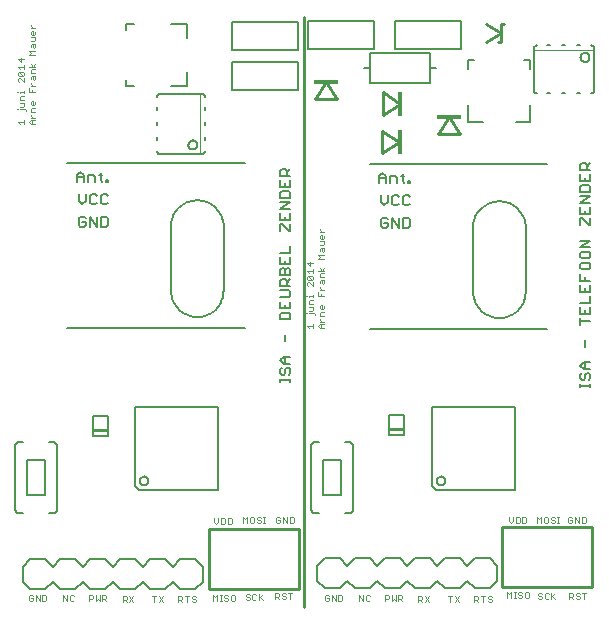
<source format=gto>
G75*
G70*
%OFA0B0*%
%FSLAX24Y24*%
%IPPOS*%
%LPD*%
%AMOC8*
5,1,8,0,0,1.08239X$1,22.5*
%
%ADD10C,0.0040*%
%ADD11C,0.0060*%
%ADD12C,0.0100*%
%ADD13C,0.0050*%
%ADD14C,0.0020*%
%ADD15R,0.0118X0.0827*%
%ADD16R,0.0827X0.0118*%
D10*
X001867Y001589D02*
X001900Y001556D01*
X001967Y001556D01*
X002000Y001589D01*
X002000Y001656D01*
X001933Y001656D01*
X001867Y001723D02*
X001867Y001589D01*
X001867Y001723D02*
X001900Y001756D01*
X001967Y001756D01*
X002000Y001723D01*
X002088Y001756D02*
X002088Y001556D01*
X002221Y001556D02*
X002088Y001756D01*
X002221Y001756D02*
X002221Y001556D01*
X002309Y001556D02*
X002409Y001556D01*
X002442Y001589D01*
X002442Y001723D01*
X002409Y001756D01*
X002309Y001756D01*
X002309Y001556D01*
X003007Y001536D02*
X003007Y001736D01*
X003140Y001536D01*
X003140Y001736D01*
X003228Y001703D02*
X003228Y001569D01*
X003261Y001536D01*
X003328Y001536D01*
X003361Y001569D01*
X003361Y001703D02*
X003328Y001736D01*
X003261Y001736D01*
X003228Y001703D01*
X003867Y001736D02*
X003967Y001736D01*
X004000Y001703D01*
X004000Y001636D01*
X003967Y001603D01*
X003867Y001603D01*
X003867Y001536D02*
X003867Y001736D01*
X004088Y001736D02*
X004088Y001536D01*
X004154Y001603D01*
X004221Y001536D01*
X004221Y001736D01*
X004309Y001736D02*
X004409Y001736D01*
X004442Y001703D01*
X004442Y001636D01*
X004409Y001603D01*
X004309Y001603D01*
X004375Y001603D02*
X004442Y001536D01*
X004309Y001536D02*
X004309Y001736D01*
X004987Y001716D02*
X004987Y001516D01*
X004987Y001583D02*
X005087Y001583D01*
X005120Y001616D01*
X005120Y001683D01*
X005087Y001716D01*
X004987Y001716D01*
X005053Y001583D02*
X005120Y001516D01*
X005208Y001516D02*
X005341Y001716D01*
X005208Y001716D02*
X005341Y001516D01*
X005967Y001716D02*
X006100Y001716D01*
X006033Y001716D02*
X006033Y001516D01*
X006188Y001516D02*
X006321Y001716D01*
X006188Y001716D02*
X006321Y001516D01*
X006847Y001516D02*
X006847Y001716D01*
X006947Y001716D01*
X006980Y001683D01*
X006980Y001616D01*
X006947Y001583D01*
X006847Y001583D01*
X006913Y001583D02*
X006980Y001516D01*
X007134Y001516D02*
X007134Y001716D01*
X007068Y001716D02*
X007201Y001716D01*
X007289Y001683D02*
X007289Y001649D01*
X007322Y001616D01*
X007389Y001616D01*
X007422Y001583D01*
X007422Y001549D01*
X007389Y001516D01*
X007322Y001516D01*
X007289Y001549D01*
X007289Y001683D02*
X007322Y001716D01*
X007389Y001716D01*
X007422Y001683D01*
X008007Y001756D02*
X008073Y001689D01*
X008140Y001756D01*
X008140Y001556D01*
X008228Y001556D02*
X008294Y001556D01*
X008261Y001556D02*
X008261Y001756D01*
X008228Y001756D02*
X008294Y001756D01*
X008375Y001723D02*
X008375Y001689D01*
X008408Y001656D01*
X008475Y001656D01*
X008508Y001623D01*
X008508Y001589D01*
X008475Y001556D01*
X008408Y001556D01*
X008375Y001589D01*
X008375Y001723D02*
X008408Y001756D01*
X008475Y001756D01*
X008508Y001723D01*
X008596Y001723D02*
X008596Y001589D01*
X008629Y001556D01*
X008696Y001556D01*
X008729Y001589D01*
X008729Y001723D01*
X008696Y001756D01*
X008629Y001756D01*
X008596Y001723D01*
X008007Y001756D02*
X008007Y001556D01*
X009087Y001609D02*
X009120Y001576D01*
X009187Y001576D01*
X009220Y001609D01*
X009220Y001643D01*
X009187Y001676D01*
X009120Y001676D01*
X009087Y001709D01*
X009087Y001743D01*
X009120Y001776D01*
X009187Y001776D01*
X009220Y001743D01*
X009308Y001743D02*
X009308Y001609D01*
X009341Y001576D01*
X009408Y001576D01*
X009441Y001609D01*
X009529Y001576D02*
X009529Y001776D01*
X009441Y001743D02*
X009408Y001776D01*
X009341Y001776D01*
X009308Y001743D01*
X009529Y001643D02*
X009662Y001776D01*
X009562Y001676D02*
X009662Y001576D01*
X010067Y001596D02*
X010067Y001796D01*
X010167Y001796D01*
X010200Y001763D01*
X010200Y001696D01*
X010167Y001663D01*
X010067Y001663D01*
X010133Y001663D02*
X010200Y001596D01*
X010288Y001629D02*
X010321Y001596D01*
X010388Y001596D01*
X010421Y001629D01*
X010421Y001663D01*
X010388Y001696D01*
X010321Y001696D01*
X010288Y001729D01*
X010288Y001763D01*
X010321Y001796D01*
X010388Y001796D01*
X010421Y001763D01*
X010509Y001796D02*
X010642Y001796D01*
X010575Y001796D02*
X010575Y001596D01*
X011727Y001589D02*
X011760Y001556D01*
X011827Y001556D01*
X011860Y001589D01*
X011860Y001656D01*
X011793Y001656D01*
X011727Y001723D02*
X011727Y001589D01*
X011727Y001723D02*
X011760Y001756D01*
X011827Y001756D01*
X011860Y001723D01*
X011948Y001756D02*
X012081Y001556D01*
X012081Y001756D01*
X012169Y001756D02*
X012169Y001556D01*
X012269Y001556D01*
X012302Y001589D01*
X012302Y001723D01*
X012269Y001756D01*
X012169Y001756D01*
X011948Y001756D02*
X011948Y001556D01*
X012867Y001536D02*
X012867Y001736D01*
X013000Y001536D01*
X013000Y001736D01*
X013088Y001703D02*
X013088Y001569D01*
X013121Y001536D01*
X013188Y001536D01*
X013221Y001569D01*
X013221Y001703D02*
X013188Y001736D01*
X013121Y001736D01*
X013088Y001703D01*
X013727Y001736D02*
X013827Y001736D01*
X013860Y001703D01*
X013860Y001636D01*
X013827Y001603D01*
X013727Y001603D01*
X013727Y001536D02*
X013727Y001736D01*
X013948Y001736D02*
X013948Y001536D01*
X014014Y001603D01*
X014081Y001536D01*
X014081Y001736D01*
X014169Y001736D02*
X014269Y001736D01*
X014302Y001703D01*
X014302Y001636D01*
X014269Y001603D01*
X014169Y001603D01*
X014235Y001603D02*
X014302Y001536D01*
X014169Y001536D02*
X014169Y001736D01*
X014847Y001716D02*
X014847Y001516D01*
X014847Y001583D02*
X014947Y001583D01*
X014980Y001616D01*
X014980Y001683D01*
X014947Y001716D01*
X014847Y001716D01*
X014913Y001583D02*
X014980Y001516D01*
X015068Y001516D02*
X015201Y001716D01*
X015068Y001716D02*
X015201Y001516D01*
X015827Y001716D02*
X015960Y001716D01*
X015893Y001716D02*
X015893Y001516D01*
X016048Y001516D02*
X016181Y001716D01*
X016048Y001716D02*
X016181Y001516D01*
X016707Y001516D02*
X016707Y001716D01*
X016807Y001716D01*
X016840Y001683D01*
X016840Y001616D01*
X016807Y001583D01*
X016707Y001583D01*
X016773Y001583D02*
X016840Y001516D01*
X016994Y001516D02*
X016994Y001716D01*
X016928Y001716D02*
X017061Y001716D01*
X017149Y001683D02*
X017149Y001649D01*
X017182Y001616D01*
X017249Y001616D01*
X017282Y001583D01*
X017282Y001549D01*
X017249Y001516D01*
X017182Y001516D01*
X017149Y001549D01*
X017149Y001683D02*
X017182Y001716D01*
X017249Y001716D01*
X017282Y001683D01*
X017807Y001636D02*
X017807Y001836D01*
X017873Y001769D01*
X017940Y001836D01*
X017940Y001636D01*
X018028Y001636D02*
X018094Y001636D01*
X018061Y001636D02*
X018061Y001836D01*
X018028Y001836D02*
X018094Y001836D01*
X018175Y001803D02*
X018175Y001769D01*
X018208Y001736D01*
X018275Y001736D01*
X018308Y001703D01*
X018308Y001669D01*
X018275Y001636D01*
X018208Y001636D01*
X018175Y001669D01*
X018175Y001803D02*
X018208Y001836D01*
X018275Y001836D01*
X018308Y001803D01*
X018396Y001803D02*
X018396Y001669D01*
X018429Y001636D01*
X018496Y001636D01*
X018529Y001669D01*
X018529Y001803D01*
X018496Y001836D01*
X018429Y001836D01*
X018396Y001803D01*
X018827Y001783D02*
X018827Y001749D01*
X018860Y001716D01*
X018927Y001716D01*
X018960Y001683D01*
X018960Y001649D01*
X018927Y001616D01*
X018860Y001616D01*
X018827Y001649D01*
X018827Y001783D02*
X018860Y001816D01*
X018927Y001816D01*
X018960Y001783D01*
X019048Y001783D02*
X019048Y001649D01*
X019081Y001616D01*
X019148Y001616D01*
X019181Y001649D01*
X019269Y001616D02*
X019269Y001816D01*
X019181Y001783D02*
X019148Y001816D01*
X019081Y001816D01*
X019048Y001783D01*
X019269Y001683D02*
X019402Y001816D01*
X019302Y001716D02*
X019402Y001616D01*
X019867Y001596D02*
X019867Y001796D01*
X019967Y001796D01*
X020000Y001763D01*
X020000Y001696D01*
X019967Y001663D01*
X019867Y001663D01*
X019933Y001663D02*
X020000Y001596D01*
X020088Y001629D02*
X020121Y001596D01*
X020188Y001596D01*
X020221Y001629D01*
X020221Y001663D01*
X020188Y001696D01*
X020121Y001696D01*
X020088Y001729D01*
X020088Y001763D01*
X020121Y001796D01*
X020188Y001796D01*
X020221Y001763D01*
X020309Y001796D02*
X020442Y001796D01*
X020375Y001796D02*
X020375Y001596D01*
X019536Y004136D02*
X019470Y004136D01*
X019503Y004136D02*
X019503Y004336D01*
X019470Y004336D02*
X019536Y004336D01*
X019382Y004303D02*
X019349Y004336D01*
X019282Y004336D01*
X019249Y004303D01*
X019249Y004269D01*
X019282Y004236D01*
X019349Y004236D01*
X019382Y004203D01*
X019382Y004169D01*
X019349Y004136D01*
X019282Y004136D01*
X019249Y004169D01*
X019161Y004169D02*
X019161Y004303D01*
X019128Y004336D01*
X019061Y004336D01*
X019028Y004303D01*
X019028Y004169D01*
X019061Y004136D01*
X019128Y004136D01*
X019161Y004169D01*
X018940Y004136D02*
X018940Y004336D01*
X018873Y004269D01*
X018807Y004336D01*
X018807Y004136D01*
X018442Y004169D02*
X018442Y004303D01*
X018409Y004336D01*
X018309Y004336D01*
X018309Y004136D01*
X018409Y004136D01*
X018442Y004169D01*
X018221Y004169D02*
X018188Y004136D01*
X018088Y004136D01*
X018088Y004336D01*
X018188Y004336D01*
X018221Y004303D01*
X018221Y004169D01*
X018000Y004203D02*
X017933Y004136D01*
X017867Y004203D01*
X017867Y004336D01*
X018000Y004336D02*
X018000Y004203D01*
X019847Y004189D02*
X019880Y004156D01*
X019947Y004156D01*
X019980Y004189D01*
X019980Y004256D01*
X019913Y004256D01*
X019847Y004323D02*
X019847Y004189D01*
X019847Y004323D02*
X019880Y004356D01*
X019947Y004356D01*
X019980Y004323D01*
X020068Y004356D02*
X020201Y004156D01*
X020201Y004356D01*
X020289Y004356D02*
X020389Y004356D01*
X020422Y004323D01*
X020422Y004189D01*
X020389Y004156D01*
X020289Y004156D01*
X020289Y004356D01*
X020068Y004356D02*
X020068Y004156D01*
X011687Y010636D02*
X011553Y010636D01*
X011486Y010703D01*
X011553Y010769D01*
X011687Y010769D01*
X011687Y010857D02*
X011553Y010857D01*
X011620Y010857D02*
X011553Y010924D01*
X011553Y010957D01*
X011553Y011041D02*
X011553Y011141D01*
X011587Y011174D01*
X011687Y011174D01*
X011653Y011262D02*
X011587Y011262D01*
X011553Y011295D01*
X011553Y011362D01*
X011587Y011395D01*
X011620Y011395D01*
X011620Y011262D01*
X011653Y011262D02*
X011687Y011295D01*
X011687Y011362D01*
X011687Y011704D02*
X011486Y011704D01*
X011486Y011837D01*
X011553Y011925D02*
X011687Y011925D01*
X011620Y011925D02*
X011553Y011992D01*
X011553Y012025D01*
X011553Y012142D02*
X011553Y012209D01*
X011587Y012243D01*
X011687Y012243D01*
X011687Y012142D01*
X011653Y012109D01*
X011620Y012142D01*
X011620Y012243D01*
X011687Y012330D02*
X011553Y012330D01*
X011553Y012430D01*
X011587Y012464D01*
X011687Y012464D01*
X011687Y012551D02*
X011486Y012551D01*
X011553Y012651D02*
X011620Y012551D01*
X011687Y012651D01*
X011687Y012956D02*
X011486Y012956D01*
X011553Y013023D01*
X011486Y013090D01*
X011687Y013090D01*
X011653Y013177D02*
X011620Y013211D01*
X011620Y013311D01*
X011587Y013311D02*
X011687Y013311D01*
X011687Y013211D01*
X011653Y013177D01*
X011553Y013211D02*
X011553Y013277D01*
X011587Y013311D01*
X011553Y013398D02*
X011653Y013398D01*
X011687Y013432D01*
X011687Y013532D01*
X011553Y013532D01*
X011587Y013619D02*
X011553Y013653D01*
X011553Y013719D01*
X011587Y013753D01*
X011620Y013753D01*
X011620Y013619D01*
X011653Y013619D02*
X011587Y013619D01*
X011653Y013619D02*
X011687Y013653D01*
X011687Y013719D01*
X011687Y013840D02*
X011553Y013840D01*
X011553Y013907D02*
X011553Y013940D01*
X011553Y013907D02*
X011620Y013840D01*
X011327Y012798D02*
X011126Y012798D01*
X011227Y012698D01*
X011227Y012832D01*
X011327Y012611D02*
X011327Y012477D01*
X011327Y012544D02*
X011126Y012544D01*
X011193Y012477D01*
X011160Y012390D02*
X011293Y012256D01*
X011327Y012290D01*
X011327Y012357D01*
X011293Y012390D01*
X011160Y012390D01*
X011126Y012357D01*
X011126Y012290D01*
X011160Y012256D01*
X011293Y012256D01*
X011327Y012169D02*
X011327Y012035D01*
X011193Y012169D01*
X011160Y012169D01*
X011126Y012136D01*
X011126Y012069D01*
X011160Y012035D01*
X011193Y011700D02*
X011327Y011700D01*
X011327Y011667D02*
X011327Y011734D01*
X011193Y011700D02*
X011193Y011667D01*
X011126Y011700D02*
X011093Y011700D01*
X011227Y011580D02*
X011327Y011580D01*
X011227Y011580D02*
X011193Y011546D01*
X011193Y011446D01*
X011327Y011446D01*
X011327Y011359D02*
X011193Y011359D01*
X011327Y011359D02*
X011327Y011259D01*
X011293Y011225D01*
X011193Y011225D01*
X011193Y011145D02*
X011360Y011145D01*
X011393Y011111D01*
X011393Y011078D01*
X011553Y011041D02*
X011687Y011041D01*
X011587Y010769D02*
X011587Y010636D01*
X011327Y010636D02*
X011327Y010769D01*
X011327Y010703D02*
X011126Y010703D01*
X011193Y010636D01*
X011126Y011145D02*
X011093Y011145D01*
X011587Y011704D02*
X011587Y011771D01*
X010649Y004336D02*
X010549Y004336D01*
X010549Y004136D01*
X010649Y004136D01*
X010682Y004169D01*
X010682Y004303D01*
X010649Y004336D01*
X010461Y004336D02*
X010461Y004136D01*
X010328Y004336D01*
X010328Y004136D01*
X010240Y004169D02*
X010240Y004236D01*
X010173Y004236D01*
X010107Y004303D02*
X010107Y004169D01*
X010140Y004136D01*
X010207Y004136D01*
X010240Y004169D01*
X010240Y004303D02*
X010207Y004336D01*
X010140Y004336D01*
X010107Y004303D01*
X009736Y004336D02*
X009670Y004336D01*
X009703Y004336D02*
X009703Y004136D01*
X009670Y004136D02*
X009736Y004136D01*
X009582Y004169D02*
X009549Y004136D01*
X009482Y004136D01*
X009449Y004169D01*
X009482Y004236D02*
X009549Y004236D01*
X009582Y004203D01*
X009582Y004169D01*
X009482Y004236D02*
X009449Y004269D01*
X009449Y004303D01*
X009482Y004336D01*
X009549Y004336D01*
X009582Y004303D01*
X009361Y004303D02*
X009328Y004336D01*
X009261Y004336D01*
X009228Y004303D01*
X009228Y004169D01*
X009261Y004136D01*
X009328Y004136D01*
X009361Y004169D01*
X009361Y004303D01*
X009140Y004336D02*
X009140Y004136D01*
X009007Y004136D02*
X009007Y004336D01*
X009073Y004269D01*
X009140Y004336D01*
X008622Y004283D02*
X008589Y004316D01*
X008489Y004316D01*
X008489Y004116D01*
X008589Y004116D01*
X008622Y004149D01*
X008622Y004283D01*
X008401Y004283D02*
X008368Y004316D01*
X008268Y004316D01*
X008268Y004116D01*
X008368Y004116D01*
X008401Y004149D01*
X008401Y004283D01*
X008180Y004316D02*
X008180Y004183D01*
X008113Y004116D01*
X008047Y004183D01*
X008047Y004316D01*
X002067Y017436D02*
X001933Y017436D01*
X001866Y017503D01*
X001933Y017569D01*
X002067Y017569D01*
X002067Y017657D02*
X001933Y017657D01*
X001933Y017724D02*
X001933Y017757D01*
X001933Y017724D02*
X002000Y017657D01*
X001967Y017569D02*
X001967Y017436D01*
X001707Y017436D02*
X001707Y017569D01*
X001707Y017503D02*
X001506Y017503D01*
X001573Y017436D01*
X001773Y017878D02*
X001773Y017911D01*
X001740Y017945D01*
X001573Y017945D01*
X001506Y017945D02*
X001473Y017945D01*
X001573Y018025D02*
X001673Y018025D01*
X001707Y018059D01*
X001707Y018159D01*
X001573Y018159D01*
X001573Y018246D02*
X001573Y018346D01*
X001607Y018380D01*
X001707Y018380D01*
X001707Y018467D02*
X001707Y018534D01*
X001707Y018500D02*
X001573Y018500D01*
X001573Y018467D01*
X001506Y018500D02*
X001473Y018500D01*
X001573Y018246D02*
X001707Y018246D01*
X001933Y018162D02*
X001967Y018195D01*
X002000Y018195D01*
X002000Y018062D01*
X002033Y018062D02*
X001967Y018062D01*
X001933Y018095D01*
X001933Y018162D01*
X002067Y018162D02*
X002067Y018095D01*
X002033Y018062D01*
X002067Y017974D02*
X001967Y017974D01*
X001933Y017941D01*
X001933Y017841D01*
X002067Y017841D01*
X002067Y018504D02*
X001866Y018504D01*
X001866Y018637D01*
X001933Y018725D02*
X002067Y018725D01*
X002000Y018725D02*
X001933Y018792D01*
X001933Y018825D01*
X001933Y018942D02*
X001933Y019009D01*
X001967Y019043D01*
X002067Y019043D01*
X002067Y018942D01*
X002033Y018909D01*
X002000Y018942D01*
X002000Y019043D01*
X002067Y019130D02*
X001933Y019130D01*
X001933Y019230D01*
X001967Y019264D01*
X002067Y019264D01*
X002067Y019351D02*
X001866Y019351D01*
X001933Y019451D02*
X002000Y019351D01*
X002067Y019451D01*
X002067Y019756D02*
X001866Y019756D01*
X001933Y019823D01*
X001866Y019890D01*
X002067Y019890D01*
X002033Y019977D02*
X002000Y020011D01*
X002000Y020111D01*
X001967Y020111D02*
X002067Y020111D01*
X002067Y020011D01*
X002033Y019977D01*
X001933Y020011D02*
X001933Y020077D01*
X001967Y020111D01*
X001933Y020198D02*
X002033Y020198D01*
X002067Y020232D01*
X002067Y020332D01*
X001933Y020332D01*
X001967Y020419D02*
X001933Y020453D01*
X001933Y020519D01*
X001967Y020553D01*
X002000Y020553D01*
X002000Y020419D01*
X002033Y020419D02*
X001967Y020419D01*
X002033Y020419D02*
X002067Y020453D01*
X002067Y020519D01*
X002067Y020640D02*
X001933Y020640D01*
X002000Y020640D02*
X001933Y020707D01*
X001933Y020740D01*
X001607Y019632D02*
X001607Y019498D01*
X001506Y019598D01*
X001707Y019598D01*
X001707Y019411D02*
X001707Y019277D01*
X001707Y019344D02*
X001506Y019344D01*
X001573Y019277D01*
X001540Y019190D02*
X001673Y019056D01*
X001707Y019090D01*
X001707Y019157D01*
X001673Y019190D01*
X001540Y019190D01*
X001506Y019157D01*
X001506Y019090D01*
X001540Y019056D01*
X001673Y019056D01*
X001707Y018969D02*
X001707Y018835D01*
X001573Y018969D01*
X001540Y018969D01*
X001506Y018936D01*
X001506Y018869D01*
X001540Y018835D01*
X001967Y018571D02*
X001967Y018504D01*
D11*
X003575Y015860D02*
X003461Y015746D01*
X003461Y015519D01*
X003461Y015689D02*
X003688Y015689D01*
X003688Y015746D02*
X003688Y015519D01*
X003830Y015519D02*
X003830Y015746D01*
X004000Y015746D01*
X004057Y015689D01*
X004057Y015519D01*
X004255Y015576D02*
X004255Y015803D01*
X004311Y015746D02*
X004198Y015746D01*
X004255Y015576D02*
X004311Y015519D01*
X004444Y015519D02*
X004500Y015519D01*
X004500Y015576D01*
X004444Y015576D01*
X004444Y015519D01*
X004430Y015110D02*
X004316Y015110D01*
X004259Y015053D01*
X004259Y014826D01*
X004316Y014769D01*
X004430Y014769D01*
X004486Y014826D01*
X004486Y015053D02*
X004430Y015110D01*
X004118Y015053D02*
X004061Y015110D01*
X003948Y015110D01*
X003891Y015053D01*
X003891Y014826D01*
X003948Y014769D01*
X004061Y014769D01*
X004118Y014826D01*
X003750Y014883D02*
X003750Y015110D01*
X003523Y015110D02*
X003523Y014883D01*
X003636Y014769D01*
X003750Y014883D01*
X003693Y014360D02*
X003580Y014360D01*
X003523Y014303D01*
X003523Y014076D01*
X003580Y014019D01*
X003693Y014019D01*
X003750Y014076D01*
X003750Y014189D01*
X003636Y014189D01*
X003750Y014303D02*
X003693Y014360D01*
X003891Y014360D02*
X003891Y014019D01*
X004118Y014019D02*
X003891Y014360D01*
X004118Y014360D02*
X004118Y014019D01*
X004259Y014019D02*
X004259Y014360D01*
X004430Y014360D01*
X004486Y014303D01*
X004486Y014076D01*
X004430Y014019D01*
X004259Y014019D01*
X003688Y015746D02*
X003575Y015860D01*
X006227Y016446D02*
X007627Y016446D01*
X007644Y016448D01*
X007661Y016452D01*
X007677Y016459D01*
X007691Y016469D01*
X007704Y016482D01*
X007714Y016496D01*
X007721Y016512D01*
X007725Y016529D01*
X007727Y016546D01*
X007727Y016896D02*
X007727Y016996D01*
X007727Y017396D02*
X007727Y017496D01*
X007727Y017896D02*
X007727Y017996D01*
X007727Y018346D02*
X007725Y018363D01*
X007721Y018380D01*
X007714Y018396D01*
X007704Y018410D01*
X007691Y018423D01*
X007677Y018433D01*
X007661Y018440D01*
X007644Y018444D01*
X007627Y018446D01*
X006227Y018446D01*
X006210Y018444D01*
X006193Y018440D01*
X006177Y018433D01*
X006163Y018423D01*
X006150Y018410D01*
X006140Y018396D01*
X006133Y018380D01*
X006129Y018363D01*
X006127Y018346D01*
X006127Y017996D02*
X006127Y017896D01*
X006127Y017496D02*
X006127Y017396D01*
X006127Y016996D02*
X006127Y016896D01*
X006127Y016546D02*
X006129Y016529D01*
X006133Y016512D01*
X006140Y016496D01*
X006150Y016482D01*
X006163Y016469D01*
X006177Y016459D01*
X006193Y016452D01*
X006210Y016448D01*
X006227Y016446D01*
X007177Y016746D02*
X007179Y016770D01*
X007185Y016794D01*
X007194Y016816D01*
X007207Y016836D01*
X007223Y016854D01*
X007242Y016869D01*
X007263Y016882D01*
X007285Y016890D01*
X007309Y016895D01*
X007333Y016896D01*
X007357Y016893D01*
X007380Y016886D01*
X007402Y016876D01*
X007422Y016862D01*
X007439Y016845D01*
X007454Y016826D01*
X007465Y016805D01*
X007473Y016782D01*
X007477Y016758D01*
X007477Y016734D01*
X007473Y016710D01*
X007465Y016687D01*
X007454Y016666D01*
X007439Y016647D01*
X007422Y016630D01*
X007402Y016616D01*
X007380Y016606D01*
X007357Y016599D01*
X007333Y016596D01*
X007309Y016597D01*
X007285Y016602D01*
X007263Y016610D01*
X007242Y016623D01*
X007223Y016638D01*
X007207Y016656D01*
X007194Y016676D01*
X007185Y016698D01*
X007179Y016722D01*
X007177Y016746D01*
X008647Y018576D02*
X010847Y018576D01*
X010847Y019496D01*
X008647Y019496D01*
X008647Y018576D01*
X008647Y019916D02*
X010847Y019916D01*
X010847Y020836D01*
X008647Y020836D01*
X008647Y019916D01*
X011177Y019956D02*
X013377Y019956D01*
X013377Y020876D01*
X011177Y020876D01*
X011177Y019956D01*
X013027Y019296D02*
X013227Y019296D01*
X013227Y018796D01*
X015227Y018796D01*
X015227Y019296D01*
X015227Y019796D01*
X013227Y019796D01*
X013227Y019296D01*
X014057Y019946D02*
X016257Y019946D01*
X016257Y020866D01*
X014057Y020866D01*
X014057Y019946D01*
X015227Y019296D02*
X015427Y019296D01*
X018697Y019966D02*
X018697Y018566D01*
X018699Y018549D01*
X018703Y018532D01*
X018710Y018516D01*
X018720Y018502D01*
X018733Y018489D01*
X018747Y018479D01*
X018763Y018472D01*
X018780Y018468D01*
X018797Y018466D01*
X019147Y018466D02*
X019247Y018466D01*
X019647Y018466D02*
X019747Y018466D01*
X020147Y018466D02*
X020247Y018466D01*
X020597Y018466D02*
X020614Y018468D01*
X020631Y018472D01*
X020647Y018479D01*
X020661Y018489D01*
X020674Y018502D01*
X020684Y018516D01*
X020691Y018532D01*
X020695Y018549D01*
X020697Y018566D01*
X020697Y019966D01*
X020695Y019983D01*
X020691Y020000D01*
X020684Y020016D01*
X020674Y020030D01*
X020661Y020043D01*
X020647Y020053D01*
X020631Y020060D01*
X020614Y020064D01*
X020597Y020066D01*
X020247Y020066D02*
X020147Y020066D01*
X019747Y020066D02*
X019647Y020066D01*
X019247Y020066D02*
X019147Y020066D01*
X018797Y020066D02*
X018780Y020064D01*
X018763Y020060D01*
X018747Y020053D01*
X018733Y020043D01*
X018720Y020030D01*
X018710Y020016D01*
X018703Y020000D01*
X018699Y019983D01*
X018697Y019966D01*
X020247Y019666D02*
X020249Y019690D01*
X020255Y019714D01*
X020264Y019736D01*
X020277Y019756D01*
X020293Y019774D01*
X020312Y019789D01*
X020333Y019802D01*
X020355Y019810D01*
X020379Y019815D01*
X020403Y019816D01*
X020427Y019813D01*
X020450Y019806D01*
X020472Y019796D01*
X020492Y019782D01*
X020509Y019765D01*
X020524Y019746D01*
X020535Y019725D01*
X020543Y019702D01*
X020547Y019678D01*
X020547Y019654D01*
X020543Y019630D01*
X020535Y019607D01*
X020524Y019586D01*
X020509Y019567D01*
X020492Y019550D01*
X020472Y019536D01*
X020450Y019526D01*
X020427Y019519D01*
X020403Y019516D01*
X020379Y019517D01*
X020355Y019522D01*
X020333Y019530D01*
X020312Y019543D01*
X020293Y019558D01*
X020277Y019576D01*
X020264Y019596D01*
X020255Y019618D01*
X020249Y019642D01*
X020247Y019666D01*
X020293Y016136D02*
X020407Y016136D01*
X020463Y016080D01*
X020463Y015909D01*
X020577Y015909D02*
X020236Y015909D01*
X020236Y016080D01*
X020293Y016136D01*
X020463Y016023D02*
X020577Y016136D01*
X020577Y015768D02*
X020577Y015541D01*
X020236Y015541D01*
X020236Y015768D01*
X020407Y015654D02*
X020407Y015541D01*
X020520Y015400D02*
X020293Y015400D01*
X020236Y015343D01*
X020236Y015173D01*
X020577Y015173D01*
X020577Y015343D01*
X020520Y015400D01*
X020577Y015031D02*
X020236Y015031D01*
X020236Y014804D02*
X020577Y015031D01*
X020577Y014804D02*
X020236Y014804D01*
X020236Y014663D02*
X020236Y014436D01*
X020577Y014436D01*
X020577Y014663D01*
X020407Y014550D02*
X020407Y014436D01*
X020293Y014295D02*
X020520Y014068D01*
X020577Y014068D01*
X020577Y014295D01*
X020293Y014295D02*
X020236Y014295D01*
X020236Y014068D01*
X020236Y013558D02*
X020577Y013558D01*
X020236Y013331D01*
X020577Y013331D01*
X020520Y013190D02*
X020293Y013190D01*
X020236Y013133D01*
X020236Y013020D01*
X020293Y012963D01*
X020520Y012963D01*
X020577Y013020D01*
X020577Y013133D01*
X020520Y013190D01*
X020520Y012821D02*
X020293Y012821D01*
X020236Y012765D01*
X020236Y012651D01*
X020293Y012595D01*
X020520Y012595D01*
X020577Y012651D01*
X020577Y012765D01*
X020520Y012821D01*
X020236Y012453D02*
X020236Y012226D01*
X020577Y012226D01*
X020577Y012085D02*
X020577Y011858D01*
X020236Y011858D01*
X020236Y012085D01*
X020407Y011971D02*
X020407Y011858D01*
X020577Y011716D02*
X020577Y011490D01*
X020236Y011490D01*
X020236Y011348D02*
X020236Y011121D01*
X020577Y011121D01*
X020577Y011348D01*
X020407Y011235D02*
X020407Y011121D01*
X020236Y010980D02*
X020236Y010753D01*
X020236Y010866D02*
X020577Y010866D01*
X020407Y010243D02*
X020407Y010016D01*
X020407Y009507D02*
X020407Y009280D01*
X020350Y009280D02*
X020236Y009393D01*
X020350Y009507D01*
X020577Y009507D01*
X020577Y009280D02*
X020350Y009280D01*
X020293Y009138D02*
X020236Y009082D01*
X020236Y008968D01*
X020293Y008911D01*
X020350Y008911D01*
X020407Y008968D01*
X020407Y009082D01*
X020463Y009138D01*
X020520Y009138D01*
X020577Y009082D01*
X020577Y008968D01*
X020520Y008911D01*
X020577Y008779D02*
X020577Y008666D01*
X020577Y008723D02*
X020236Y008723D01*
X020236Y008779D02*
X020236Y008666D01*
X018053Y008014D02*
X018053Y005254D01*
X015433Y005254D01*
X015293Y005394D01*
X015293Y008014D01*
X018053Y008014D01*
X015452Y005554D02*
X015454Y005577D01*
X015460Y005600D01*
X015469Y005621D01*
X015482Y005641D01*
X015498Y005658D01*
X015516Y005672D01*
X015536Y005683D01*
X015558Y005691D01*
X015581Y005695D01*
X015605Y005695D01*
X015628Y005691D01*
X015650Y005683D01*
X015670Y005672D01*
X015688Y005658D01*
X015704Y005641D01*
X015717Y005621D01*
X015726Y005600D01*
X015732Y005577D01*
X015734Y005554D01*
X015732Y005531D01*
X015726Y005508D01*
X015717Y005487D01*
X015704Y005467D01*
X015688Y005450D01*
X015670Y005436D01*
X015650Y005425D01*
X015628Y005417D01*
X015605Y005413D01*
X015581Y005413D01*
X015558Y005417D01*
X015536Y005425D01*
X015516Y005436D01*
X015498Y005450D01*
X015482Y005467D01*
X015469Y005487D01*
X015460Y005508D01*
X015454Y005531D01*
X015452Y005554D01*
X015217Y002967D02*
X014717Y002967D01*
X014467Y002717D01*
X014217Y002967D01*
X013717Y002967D01*
X013467Y002717D01*
X013217Y002967D01*
X012717Y002967D01*
X012467Y002717D01*
X012217Y002967D01*
X011717Y002967D01*
X011467Y002717D01*
X011467Y002217D01*
X011717Y001967D01*
X012217Y001967D01*
X012467Y002217D01*
X012717Y001967D01*
X013217Y001967D01*
X013467Y002217D01*
X013717Y001967D01*
X014217Y001967D01*
X014467Y002217D01*
X014717Y001967D01*
X015217Y001967D01*
X015467Y002217D01*
X015717Y001967D01*
X016217Y001967D01*
X016467Y002217D01*
X016717Y001967D01*
X017217Y001967D01*
X017467Y002217D01*
X017467Y002717D01*
X017217Y002967D01*
X016717Y002967D01*
X016467Y002717D01*
X016217Y002967D01*
X015717Y002967D01*
X015467Y002717D01*
X015217Y002967D01*
X010577Y008846D02*
X010577Y008959D01*
X010577Y008903D02*
X010236Y008903D01*
X010236Y008959D02*
X010236Y008846D01*
X010293Y009091D02*
X010350Y009091D01*
X010407Y009148D01*
X010407Y009262D01*
X010463Y009318D01*
X010520Y009318D01*
X010577Y009262D01*
X010577Y009148D01*
X010520Y009091D01*
X010293Y009091D02*
X010236Y009148D01*
X010236Y009262D01*
X010293Y009318D01*
X010350Y009460D02*
X010236Y009573D01*
X010350Y009687D01*
X010577Y009687D01*
X010407Y009687D02*
X010407Y009460D01*
X010350Y009460D02*
X010577Y009460D01*
X010407Y010196D02*
X010407Y010423D01*
X010236Y010933D02*
X010577Y010933D01*
X010577Y011103D01*
X010520Y011160D01*
X010293Y011160D01*
X010236Y011103D01*
X010236Y010933D01*
X010236Y011301D02*
X010577Y011301D01*
X010577Y011528D01*
X010520Y011670D02*
X010236Y011670D01*
X010236Y011528D02*
X010236Y011301D01*
X010407Y011301D02*
X010407Y011415D01*
X010520Y011670D02*
X010577Y011726D01*
X010577Y011840D01*
X010520Y011896D01*
X010236Y011896D01*
X010236Y012038D02*
X010236Y012208D01*
X010293Y012265D01*
X010407Y012265D01*
X010463Y012208D01*
X010463Y012038D01*
X010463Y012151D02*
X010577Y012265D01*
X010577Y012406D02*
X010577Y012576D01*
X010520Y012633D01*
X010463Y012633D01*
X010407Y012576D01*
X010407Y012406D01*
X010577Y012406D02*
X010236Y012406D01*
X010236Y012576D01*
X010293Y012633D01*
X010350Y012633D01*
X010407Y012576D01*
X010407Y012775D02*
X010407Y012888D01*
X010577Y012775D02*
X010577Y013001D01*
X010577Y013143D02*
X010236Y013143D01*
X010236Y013001D02*
X010236Y012775D01*
X010577Y012775D01*
X010577Y013143D02*
X010577Y013370D01*
X010577Y013879D02*
X010577Y014106D01*
X010577Y014248D02*
X010236Y014248D01*
X010236Y014475D01*
X010236Y014616D02*
X010577Y014843D01*
X010236Y014843D01*
X010236Y014984D02*
X010236Y015155D01*
X010293Y015211D01*
X010520Y015211D01*
X010577Y015155D01*
X010577Y014984D01*
X010236Y014984D01*
X010236Y014616D02*
X010577Y014616D01*
X010577Y014475D02*
X010577Y014248D01*
X010407Y014248D02*
X010407Y014361D01*
X010293Y014106D02*
X010520Y013879D01*
X010577Y013879D01*
X010236Y013879D02*
X010236Y014106D01*
X010293Y014106D01*
X010236Y015353D02*
X010577Y015353D01*
X010577Y015580D01*
X010577Y015721D02*
X010236Y015721D01*
X010236Y015891D01*
X010293Y015948D01*
X010407Y015948D01*
X010463Y015891D01*
X010463Y015721D01*
X010463Y015834D02*
X010577Y015948D01*
X010236Y015580D02*
X010236Y015353D01*
X010407Y015353D02*
X010407Y015466D01*
X013530Y015486D02*
X013530Y015713D01*
X013644Y015826D01*
X013757Y015713D01*
X013757Y015486D01*
X013899Y015486D02*
X013899Y015713D01*
X014069Y015713D01*
X014126Y015656D01*
X014126Y015486D01*
X014324Y015543D02*
X014324Y015769D01*
X014267Y015713D02*
X014380Y015713D01*
X014324Y015543D02*
X014380Y015486D01*
X014513Y015486D02*
X014569Y015486D01*
X014569Y015543D01*
X014513Y015543D01*
X014513Y015486D01*
X014498Y015076D02*
X014385Y015076D01*
X014328Y015019D01*
X014328Y014793D01*
X014385Y014736D01*
X014498Y014736D01*
X014555Y014793D01*
X014555Y015019D02*
X014498Y015076D01*
X014187Y015019D02*
X014130Y015076D01*
X014017Y015076D01*
X013960Y015019D01*
X013960Y014793D01*
X014017Y014736D01*
X014130Y014736D01*
X014187Y014793D01*
X013819Y014849D02*
X013819Y015076D01*
X013819Y014849D02*
X013705Y014736D01*
X013592Y014849D01*
X013592Y015076D01*
X013530Y015656D02*
X013757Y015656D01*
X013762Y014326D02*
X013648Y014326D01*
X013592Y014269D01*
X013592Y014043D01*
X013648Y013986D01*
X013762Y013986D01*
X013819Y014043D01*
X013819Y014156D01*
X013705Y014156D01*
X013819Y014269D02*
X013762Y014326D01*
X013960Y014326D02*
X013960Y013986D01*
X014187Y013986D02*
X013960Y014326D01*
X014187Y014326D02*
X014187Y013986D01*
X014328Y013986D02*
X014498Y013986D01*
X014555Y014043D01*
X014555Y014269D01*
X014498Y014326D01*
X014328Y014326D01*
X014328Y013986D01*
X010577Y012038D02*
X010236Y012038D01*
X008153Y008014D02*
X008153Y005254D01*
X005533Y005254D01*
X005393Y005394D01*
X005393Y008014D01*
X008153Y008014D01*
X005552Y005554D02*
X005554Y005577D01*
X005560Y005600D01*
X005569Y005621D01*
X005582Y005641D01*
X005598Y005658D01*
X005616Y005672D01*
X005636Y005683D01*
X005658Y005691D01*
X005681Y005695D01*
X005705Y005695D01*
X005728Y005691D01*
X005750Y005683D01*
X005770Y005672D01*
X005788Y005658D01*
X005804Y005641D01*
X005817Y005621D01*
X005826Y005600D01*
X005832Y005577D01*
X005834Y005554D01*
X005832Y005531D01*
X005826Y005508D01*
X005817Y005487D01*
X005804Y005467D01*
X005788Y005450D01*
X005770Y005436D01*
X005750Y005425D01*
X005728Y005417D01*
X005705Y005413D01*
X005681Y005413D01*
X005658Y005417D01*
X005636Y005425D01*
X005616Y005436D01*
X005598Y005450D01*
X005582Y005467D01*
X005569Y005487D01*
X005560Y005508D01*
X005554Y005531D01*
X005552Y005554D01*
X005398Y002944D02*
X004898Y002944D01*
X004648Y002694D01*
X004398Y002944D01*
X003898Y002944D01*
X003648Y002694D01*
X003398Y002944D01*
X002898Y002944D01*
X002648Y002694D01*
X002398Y002944D01*
X001898Y002944D01*
X001648Y002694D01*
X001648Y002194D01*
X001898Y001944D01*
X002398Y001944D01*
X002648Y002194D01*
X002898Y001944D01*
X003398Y001944D01*
X003648Y002194D01*
X003898Y001944D01*
X004398Y001944D01*
X004648Y002194D01*
X004898Y001944D01*
X005398Y001944D01*
X005648Y002194D01*
X005898Y001944D01*
X006398Y001944D01*
X006648Y002194D01*
X006898Y001944D01*
X007398Y001944D01*
X007648Y002194D01*
X007648Y002694D01*
X007398Y002944D01*
X006898Y002944D01*
X006648Y002694D01*
X006398Y002944D01*
X005898Y002944D01*
X005648Y002694D01*
X005398Y002944D01*
X020407Y012226D02*
X020407Y012340D01*
D12*
X016241Y017100D02*
X015493Y017100D01*
X015867Y017671D01*
X016241Y017100D01*
X014212Y016836D02*
X013641Y017210D01*
X013641Y016462D01*
X014212Y016836D01*
X013651Y017752D02*
X013651Y018500D01*
X014222Y018126D01*
X013651Y017752D01*
X012131Y018270D02*
X011383Y018270D01*
X011757Y018841D01*
X012131Y018270D01*
X011047Y021026D02*
X011047Y001356D01*
X010855Y001950D02*
X007855Y001950D01*
X007855Y003950D01*
X010855Y003950D01*
X010855Y001950D01*
X017635Y001996D02*
X017635Y003996D01*
X020635Y003996D01*
X020635Y001996D01*
X017635Y001996D01*
X017587Y020166D02*
X017587Y020466D01*
X017587Y020766D01*
X017687Y020766D01*
X017587Y020466D02*
X017087Y020766D01*
X017587Y020466D02*
X017087Y020166D01*
X017487Y020166D02*
X017587Y020166D01*
D13*
X018361Y019568D02*
X018560Y019568D01*
X018560Y019292D01*
X018560Y018072D02*
X018560Y017520D01*
X018088Y017520D01*
X016982Y017520D02*
X016513Y017520D01*
X016513Y018072D01*
X016513Y019292D02*
X016513Y019568D01*
X016710Y019568D01*
X019119Y016112D02*
X013214Y016112D01*
X016667Y013856D02*
X016667Y011856D01*
X016669Y011798D01*
X016675Y011739D01*
X016685Y011682D01*
X016698Y011625D01*
X016715Y011569D01*
X016736Y011514D01*
X016761Y011461D01*
X016789Y011410D01*
X016821Y011361D01*
X016855Y011314D01*
X016893Y011269D01*
X016934Y011227D01*
X016977Y011188D01*
X017023Y011152D01*
X017071Y011118D01*
X017121Y011089D01*
X017174Y011062D01*
X017228Y011039D01*
X017283Y011020D01*
X017339Y011005D01*
X017396Y010993D01*
X017454Y010985D01*
X017513Y010981D01*
X017571Y010981D01*
X017630Y010985D01*
X017688Y010993D01*
X017745Y011005D01*
X017801Y011020D01*
X017856Y011039D01*
X017910Y011062D01*
X017963Y011089D01*
X018013Y011118D01*
X018061Y011152D01*
X018107Y011188D01*
X018150Y011227D01*
X018191Y011269D01*
X018229Y011314D01*
X018263Y011361D01*
X018295Y011410D01*
X018323Y011461D01*
X018348Y011514D01*
X018369Y011569D01*
X018386Y011625D01*
X018399Y011682D01*
X018409Y011739D01*
X018415Y011798D01*
X018417Y011856D01*
X018417Y013856D01*
X018423Y013914D01*
X018426Y013972D01*
X018425Y014030D01*
X018419Y014088D01*
X018411Y014146D01*
X018398Y014203D01*
X018381Y014258D01*
X018361Y014313D01*
X018338Y014366D01*
X018311Y014418D01*
X018280Y014467D01*
X018246Y014515D01*
X018210Y014560D01*
X018170Y014603D01*
X018128Y014643D01*
X018083Y014680D01*
X018036Y014714D01*
X017987Y014745D01*
X017935Y014773D01*
X017882Y014797D01*
X017828Y014817D01*
X017772Y014834D01*
X017716Y014848D01*
X017658Y014857D01*
X017600Y014863D01*
X017542Y014865D01*
X017484Y014863D01*
X017426Y014857D01*
X017368Y014848D01*
X017312Y014834D01*
X017256Y014817D01*
X017202Y014797D01*
X017149Y014773D01*
X017097Y014745D01*
X017048Y014714D01*
X017001Y014680D01*
X016956Y014643D01*
X016914Y014603D01*
X016874Y014560D01*
X016838Y014515D01*
X016804Y014467D01*
X016773Y014418D01*
X016746Y014366D01*
X016723Y014313D01*
X016703Y014258D01*
X016686Y014203D01*
X016673Y014146D01*
X016665Y014088D01*
X016659Y014030D01*
X016658Y013972D01*
X016661Y013914D01*
X016667Y013856D01*
X019119Y010600D02*
X013214Y010600D01*
X013861Y007740D02*
X014373Y007740D01*
X014373Y007071D01*
X013861Y007071D01*
X013861Y007740D01*
X013880Y007288D02*
X014353Y007288D01*
X014353Y007248D02*
X013880Y007248D01*
X013880Y007288D01*
X012656Y006739D02*
X012656Y004573D01*
X012655Y004573D02*
X012654Y004556D01*
X012649Y004539D01*
X012642Y004524D01*
X012632Y004510D01*
X012620Y004498D01*
X012606Y004488D01*
X012591Y004481D01*
X012574Y004476D01*
X012557Y004475D01*
X012400Y004475D01*
X012262Y005065D02*
X011671Y005065D01*
X011671Y006246D01*
X012262Y006246D01*
X012262Y005065D01*
X011534Y004475D02*
X011376Y004475D01*
X011356Y004480D01*
X011337Y004489D01*
X011320Y004500D01*
X011305Y004515D01*
X011293Y004532D01*
X011284Y004551D01*
X011278Y004571D01*
X011276Y004592D01*
X011278Y004613D01*
X011278Y006739D01*
X011279Y006756D01*
X011284Y006773D01*
X011291Y006788D01*
X011301Y006802D01*
X011313Y006814D01*
X011327Y006824D01*
X011342Y006831D01*
X011359Y006836D01*
X011376Y006837D01*
X011534Y006837D01*
X012400Y006837D02*
X012557Y006837D01*
X012574Y006836D01*
X012591Y006831D01*
X012606Y006824D01*
X012620Y006814D01*
X012632Y006802D01*
X012642Y006788D01*
X012649Y006773D01*
X012654Y006756D01*
X012655Y006739D01*
X009051Y010633D02*
X003145Y010633D01*
X004001Y007710D02*
X004513Y007710D01*
X004513Y007041D01*
X004001Y007041D01*
X004001Y007710D01*
X004020Y007258D02*
X004493Y007258D01*
X004493Y007218D02*
X004020Y007218D01*
X004020Y007258D01*
X002786Y006739D02*
X002786Y004573D01*
X002785Y004573D02*
X002784Y004556D01*
X002779Y004539D01*
X002772Y004524D01*
X002762Y004510D01*
X002750Y004498D01*
X002736Y004488D01*
X002721Y004481D01*
X002704Y004476D01*
X002687Y004475D01*
X002530Y004475D01*
X002392Y005065D02*
X001801Y005065D01*
X001801Y006246D01*
X002392Y006246D01*
X002392Y005065D01*
X001664Y004475D02*
X001506Y004475D01*
X001486Y004480D01*
X001467Y004489D01*
X001450Y004500D01*
X001435Y004515D01*
X001423Y004532D01*
X001414Y004551D01*
X001408Y004571D01*
X001406Y004592D01*
X001408Y004613D01*
X001408Y006739D01*
X001409Y006756D01*
X001414Y006773D01*
X001421Y006788D01*
X001431Y006802D01*
X001443Y006814D01*
X001457Y006824D01*
X001472Y006831D01*
X001489Y006836D01*
X001506Y006837D01*
X001664Y006837D01*
X002530Y006837D02*
X002687Y006837D01*
X002704Y006836D01*
X002721Y006831D01*
X002736Y006824D01*
X002750Y006814D01*
X002762Y006802D01*
X002772Y006788D01*
X002779Y006773D01*
X002784Y006756D01*
X002785Y006739D01*
X006598Y011889D02*
X006598Y013889D01*
X006592Y013947D01*
X006589Y014005D01*
X006590Y014063D01*
X006596Y014121D01*
X006604Y014179D01*
X006617Y014236D01*
X006634Y014291D01*
X006654Y014346D01*
X006677Y014399D01*
X006704Y014451D01*
X006735Y014500D01*
X006769Y014548D01*
X006805Y014593D01*
X006845Y014636D01*
X006887Y014676D01*
X006932Y014713D01*
X006979Y014747D01*
X007028Y014778D01*
X007080Y014806D01*
X007133Y014830D01*
X007187Y014850D01*
X007243Y014867D01*
X007299Y014881D01*
X007357Y014890D01*
X007415Y014896D01*
X007473Y014898D01*
X007531Y014896D01*
X007589Y014890D01*
X007647Y014881D01*
X007703Y014867D01*
X007759Y014850D01*
X007813Y014830D01*
X007866Y014806D01*
X007918Y014778D01*
X007967Y014747D01*
X008014Y014713D01*
X008059Y014676D01*
X008101Y014636D01*
X008141Y014593D01*
X008177Y014548D01*
X008211Y014500D01*
X008242Y014451D01*
X008269Y014399D01*
X008292Y014346D01*
X008312Y014291D01*
X008329Y014236D01*
X008342Y014179D01*
X008350Y014121D01*
X008356Y014063D01*
X008357Y014005D01*
X008354Y013947D01*
X008348Y013889D01*
X008348Y011889D01*
X008346Y011831D01*
X008340Y011772D01*
X008330Y011715D01*
X008317Y011658D01*
X008300Y011602D01*
X008279Y011547D01*
X008254Y011494D01*
X008226Y011443D01*
X008194Y011394D01*
X008160Y011347D01*
X008122Y011302D01*
X008081Y011260D01*
X008038Y011221D01*
X007992Y011185D01*
X007944Y011151D01*
X007894Y011122D01*
X007841Y011095D01*
X007787Y011072D01*
X007732Y011053D01*
X007676Y011038D01*
X007619Y011026D01*
X007561Y011018D01*
X007502Y011014D01*
X007444Y011014D01*
X007385Y011018D01*
X007327Y011026D01*
X007270Y011038D01*
X007214Y011053D01*
X007159Y011072D01*
X007105Y011095D01*
X007052Y011122D01*
X007002Y011151D01*
X006954Y011185D01*
X006908Y011221D01*
X006865Y011260D01*
X006824Y011302D01*
X006786Y011347D01*
X006752Y011394D01*
X006720Y011443D01*
X006692Y011494D01*
X006667Y011547D01*
X006646Y011602D01*
X006629Y011658D01*
X006616Y011715D01*
X006606Y011772D01*
X006600Y011831D01*
X006598Y011889D01*
X009051Y016145D02*
X003145Y016145D01*
X005085Y018722D02*
X005360Y018722D01*
X005085Y018722D02*
X005085Y018919D01*
X006581Y018722D02*
X007132Y018722D01*
X007132Y019191D01*
X007132Y020297D02*
X007132Y020769D01*
X006581Y020769D01*
X005360Y020769D02*
X005085Y020769D01*
X005085Y020570D01*
D14*
X007557Y018446D02*
X007557Y016446D01*
X018697Y019896D02*
X020697Y019896D01*
D15*
X014241Y018126D03*
X014231Y016836D03*
D16*
X015867Y017690D03*
X011757Y018860D03*
M02*

</source>
